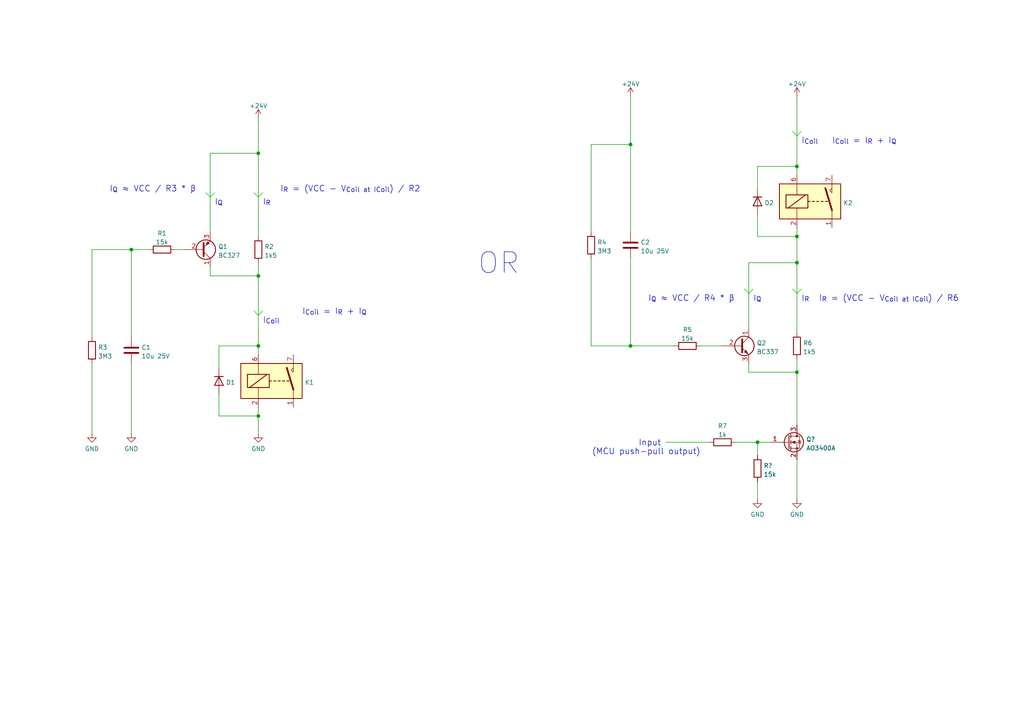
<source format=kicad_sch>
(kicad_sch (version 20211123) (generator eeschema)
  (paper "A4")
  (lib_symbols
    (symbol "Device:C" (pin_numbers hide) (pin_names (offset 0.254))
      (property "Reference" "C" (at 0.635 2.54 0))
      (property "Value" "C" (at 0.635 -2.54 0))
      (symbol "C_0_1"
        (polyline (pts (xy -2.032 -0.762) (xy 2.032 -0.762)) (stroke (width 0.508)))
        (polyline (pts (xy -2.032 0.762) (xy 2.032 0.762)) (stroke (width 0.508)))
      )
      (symbol "C_1_1"
        (pin passive line (at 0 3.81 270) (length 2.794) (name "~") (number "1"))
        (pin passive line (at 0 -3.81 90) (length 2.794) (name "~") (number "2"))
      )
    )
    (symbol "Device:D" (pin_numbers hide) (pin_names (offset 1.016) hide)
      (property "Reference" "D" (at 0 2.54 0))
      (property "Value" "D" (at 0 -2.54 0))
      (symbol "D_0_1"
        (polyline (pts (xy -1.27 1.27) (xy -1.27 -1.27)) (stroke (width 0.254)))
        (polyline (pts (xy 1.27 0) (xy -1.27 0)))
        (polyline (pts (xy 1.27 1.27) (xy 1.27 -1.27) (xy -1.27 0) (xy 1.27 1.27)) (stroke (width 0.254)))
      )
      (symbol "D_1_1"
        (pin passive line (at -3.81 0 0) (length 2.54) (name "K") (number "1"))
        (pin passive line (at 3.81 0 180) (length 2.54) (name "A") (number "2"))
      )
    )
    (symbol "Device:R" (pin_numbers hide) (pin_names (offset 0))
      (property "Reference" "R" (at 2.032 0 90))
      (property "Value" "R" (at 0 0 90))
      (symbol "R_0_1"
        (rectangle (start -1.016 -2.54) (end 1.016 2.54) (stroke (width 0.254)))
      )
      (symbol "R_1_1"
        (pin passive line (at 0 3.81 270) (length 1.27) (name "~") (number "1"))
        (pin passive line (at 0 -3.81 90) (length 1.27) (name "~") (number "2"))
      )
    )
    (symbol "Relay:DIPxx-1Axx-12x"
      (property "Reference" "K" (at 8.89 3.81 0))
      (property "Value" "DIPxx-1Axx-12x" (at 8.89 1.27 0))
      (symbol "DIPxx-1Axx-12x_0_0"
        (polyline (pts (xy 5.08 5.08) (xy 5.08 2.54) (xy 4.445 3.175) (xy 5.08 3.81)))
      )
      (symbol "DIPxx-1Axx-12x_0_1"
        (rectangle (start -10.16 5.08) (end 7.62 -5.08) (stroke (width 0.254)) (fill (type background)))
        (rectangle (start -8.255 1.905) (end -1.905 -1.905) (stroke (width 0.254)))
        (polyline (pts (xy -7.62 -1.905) (xy -2.54 1.905)) (stroke (width 0.254)))
        (polyline (pts (xy -5.08 -5.08) (xy -5.08 -1.905)))
        (polyline (pts (xy -5.08 5.08) (xy -5.08 1.905)))
        (polyline (pts (xy -1.905 0) (xy -1.27 0)) (stroke (width 0.254)))
        (polyline (pts (xy -0.635 0) (xy 0 0)) (stroke (width 0.254)))
        (polyline (pts (xy 0.635 0) (xy 1.27 0)) (stroke (width 0.254)))
        (polyline (pts (xy 1.905 0) (xy 2.54 0)) (stroke (width 0.254)))
        (polyline (pts (xy 3.175 0) (xy 3.81 0)) (stroke (width 0.254)))
        (polyline (pts (xy 5.08 -2.54) (xy 3.175 3.81)) (stroke (width 0.508)))
        (polyline (pts (xy 5.08 -2.54) (xy 5.08 -5.08)))
      )
      (symbol "DIPxx-1Axx-12x_1_1"
        (pin passive line (at 5.08 -7.62 90) (length 2.54) (name "~") (number "1"))
        (pin passive line (at -5.08 -7.62 90) (length 2.54) hide (name "~") (number "13"))
        (pin passive line (at 5.08 -7.62 90) (length 2.54) hide (name "~") (number "14"))
        (pin passive line (at -5.08 -7.62 90) (length 2.54) (name "~") (number "2"))
        (pin passive line (at -5.08 7.62 270) (length 2.54) (name "~") (number "6"))
        (pin passive line (at 5.08 7.62 270) (length 2.54) (name "~") (number "7"))
        (pin passive line (at 5.08 7.62 270) (length 2.54) hide (name "~") (number "8"))
      )
    )
    (symbol "Transistor_BJT:BC327" (pin_names (offset 0) hide)
      (property "Reference" "Q" (at 5.08 1.905 0))
      (property "Value" "BC327" (at 5.08 0 0))
      (symbol "BC327_0_1"
        (polyline (pts (xy 0.635 0.635) (xy 2.54 2.54)))
        (polyline (pts (xy 0.635 -0.635) (xy 2.54 -2.54) (xy 2.54 -2.54)))
        (polyline (pts (xy 0.635 1.905) (xy 0.635 -1.905) (xy 0.635 -1.905)) (stroke (width 0.508)))
        (polyline (pts (xy 2.286 -1.778) (xy 1.778 -2.286) (xy 1.27 -1.27) (xy 2.286 -1.778) (xy 2.286 -1.778)) (fill (type outline)))
        (circle (center 1.27 0) (radius 2.8194) (stroke (width 0.254)))
      )
      (symbol "BC327_1_1"
        (pin passive line (at 2.54 5.08 270) (length 2.54) (name "C") (number "1"))
        (pin input line (at -5.08 0 0) (length 5.715) (name "B") (number "2"))
        (pin passive line (at 2.54 -5.08 90) (length 2.54) (name "E") (number "3"))
      )
    )
    (symbol "Transistor_BJT:BC337" (pin_names (offset 0) hide)
      (property "Reference" "Q" (at 5.08 1.905 0))
      (property "Value" "BC337" (at 5.08 0 0))
      (symbol "BC337_0_1"
        (polyline (pts (xy 0 0) (xy 0.635 0)))
        (polyline (pts (xy 0.635 0.635) (xy 2.54 2.54)))
        (polyline (pts (xy 0.635 -0.635) (xy 2.54 -2.54) (xy 2.54 -2.54)))
        (polyline (pts (xy 0.635 1.905) (xy 0.635 -1.905) (xy 0.635 -1.905)) (stroke (width 0.508)))
        (polyline (pts (xy 1.27 -1.778) (xy 1.778 -1.27) (xy 2.286 -2.286) (xy 1.27 -1.778) (xy 1.27 -1.778)) (fill (type outline)))
        (circle (center 1.27 0) (radius 2.8194) (stroke (width 0.254)))
      )
      (symbol "BC337_1_1"
        (pin passive line (at 2.54 5.08 270) (length 2.54) (name "C") (number "1"))
        (pin input line (at -5.08 0 0) (length 5.08) (name "B") (number "2"))
        (pin passive line (at 2.54 -5.08 90) (length 2.54) (name "E") (number "3"))
      )
    )
    (symbol "Transistor_FET:AO3400A" (pin_names hide)
      (property "Reference" "Q" (at 5.08 1.905 0))
      (property "Value" "AO3400A" (at 5.08 0 0))
      (symbol "AO3400A_0_1"
        (polyline (pts (xy 0.254 0) (xy -2.54 0)))
        (polyline (pts (xy 0.254 1.905) (xy 0.254 -1.905)) (stroke (width 0.254)))
        (polyline (pts (xy 0.762 -1.27) (xy 0.762 -2.286)) (stroke (width 0.254)))
        (polyline (pts (xy 0.762 0.508) (xy 0.762 -0.508)) (stroke (width 0.254)))
        (polyline (pts (xy 0.762 2.286) (xy 0.762 1.27)) (stroke (width 0.254)))
        (polyline (pts (xy 2.54 2.54) (xy 2.54 1.778)))
        (polyline (pts (xy 2.54 -2.54) (xy 2.54 0) (xy 0.762 0)))
        (polyline (pts (xy 0.762 -1.778) (xy 3.302 -1.778) (xy 3.302 1.778) (xy 0.762 1.778)))
        (polyline (pts (xy 1.016 0) (xy 2.032 0.381) (xy 2.032 -0.381) (xy 1.016 0)) (fill (type outline)))
        (polyline (pts (xy 2.794 0.508) (xy 2.921 0.381) (xy 3.683 0.381) (xy 3.81 0.254)))
        (polyline (pts (xy 3.302 0.381) (xy 2.921 -0.254) (xy 3.683 -0.254) (xy 3.302 0.381)))
        (circle (center 1.651 0) (radius 2.794) (stroke (width 0.254)))
        (circle (center 2.54 -1.778) (radius 0.254) (fill (type outline)))
        (circle (center 2.54 1.778) (radius 0.254) (fill (type outline)))
      )
      (symbol "AO3400A_1_1"
        (pin input line (at -5.08 0 0) (length 2.54) (name "G") (number "1"))
        (pin passive line (at 2.54 -5.08 90) (length 2.54) (name "S") (number "2"))
        (pin passive line (at 2.54 5.08 270) (length 2.54) (name "D") (number "3"))
      )
    )
    (symbol "power:+24V" (power) (pin_names (offset 0))
      (property "Value" "+24V" (at 0 3.556 0))
      (symbol "+24V_0_1"
        (polyline (pts (xy -0.762 1.27) (xy 0 2.54)))
        (polyline (pts (xy 0 0) (xy 0 2.54)))
        (polyline (pts (xy 0 2.54) (xy 0.762 1.27)))
      )
      (symbol "+24V_1_1"
        (pin power_in line (at 0 0 90) (length 0) hide (name "+24V") (number "1"))
      )
    )
    (symbol "power:GND" (power) (pin_names (offset 0))
      (property "Value" "GND" (at 0 -3.81 0))
      (symbol "GND_0_1"
        (polyline (pts (xy 0 0) (xy 0 -1.27) (xy 1.27 -1.27) (xy 0 -2.54) (xy -1.27 -1.27) (xy 0 -1.27)))
      )
      (symbol "GND_1_1"
        (pin power_in line (at 0 0 270) (length 0) hide (name "GND") (number "1"))
      )
    )
  )
  (junction (at 74.93 44.45))
  (junction (at 231.14 68.58))
  (junction (at 231.14 48.26))
  (junction (at 74.93 120.65))
  (junction (at 74.93 80.01))
  (junction (at 219.71 128.27))
  (junction (at 182.88 100.33))
  (junction (at 182.88 41.91))
  (junction (at 74.93 100.33))
  (junction (at 38.1 72.39))
  (junction (at 231.14 107.95))
  (junction (at 231.14 76.2))
  (polyline (pts (xy 73.66 90.17) (xy 74.93 91.44)) (stroke (width 0) (type solid) (color 0 194 0 1)))
  (wire (pts (xy 50.8 72.39) (xy 53.34 72.39)))
  (wire (pts (xy 74.93 120.65) (xy 74.93 125.73)))
  (polyline (pts (xy 74.93 91.44) (xy 76.2 90.17)) (stroke (width 0) (type solid) (color 0 194 0 1)))
  (wire (pts (xy 219.71 68.58) (xy 231.14 68.58)))
  (wire (pts (xy 60.96 44.45) (xy 74.93 44.45)))
  (wire (pts (xy 219.71 48.26) (xy 231.14 48.26)))
  (polyline (pts (xy 229.87 38.1) (xy 231.14 39.37)) (stroke (width 0) (type solid) (color 0 194 0 1)))
  (wire (pts (xy 231.14 76.2) (xy 231.14 96.52)))
  (wire (pts (xy 182.88 27.94) (xy 182.88 41.91)))
  (polyline (pts (xy 229.87 83.82) (xy 231.14 85.09)) (stroke (width 0) (type solid) (color 0 194 0 1)))
  (wire (pts (xy 217.17 105.41) (xy 217.17 107.95)))
  (wire (pts (xy 171.45 74.93) (xy 171.45 100.33)))
  (wire (pts (xy 63.5 114.3) (xy 63.5 120.65)))
  (wire (pts (xy 219.71 144.78) (xy 219.71 139.7)))
  (polyline (pts (xy 217.17 85.09) (xy 218.44 83.82)) (stroke (width 0) (type solid) (color 0 194 0 1)))
  (wire (pts (xy 74.93 118.11) (xy 74.93 120.65)))
  (wire (pts (xy 217.17 76.2) (xy 217.17 95.25)))
  (wire (pts (xy 182.88 41.91) (xy 182.88 67.31)))
  (wire (pts (xy 26.67 105.41) (xy 26.67 125.73)))
  (wire (pts (xy 195.58 100.33) (xy 182.88 100.33)))
  (wire (pts (xy 182.88 74.93) (xy 182.88 100.33)))
  (wire (pts (xy 60.96 77.47) (xy 60.96 80.01)))
  (wire (pts (xy 171.45 100.33) (xy 182.88 100.33)))
  (wire (pts (xy 219.71 128.27) (xy 223.52 128.27)))
  (wire (pts (xy 231.14 133.35) (xy 231.14 144.78)))
  (wire (pts (xy 231.14 68.58) (xy 231.14 76.2)))
  (wire (pts (xy 63.5 106.68) (xy 63.5 100.33)))
  (wire (pts (xy 171.45 41.91) (xy 182.88 41.91)))
  (polyline (pts (xy 74.93 57.15) (xy 76.2 55.88)) (stroke (width 0) (type solid) (color 0 194 0 1)))
  (polyline (pts (xy 60.96 57.15) (xy 62.23 55.88)) (stroke (width 0) (type solid) (color 0 194 0 1)))
  (wire (pts (xy 219.71 54.61) (xy 219.71 48.26)))
  (wire (pts (xy 43.18 72.39) (xy 38.1 72.39)))
  (wire (pts (xy 203.2 100.33) (xy 209.55 100.33)))
  (wire (pts (xy 217.17 76.2) (xy 231.14 76.2)))
  (wire (pts (xy 74.93 34.29) (xy 74.93 44.45)))
  (wire (pts (xy 74.93 44.45) (xy 74.93 68.58)))
  (polyline (pts (xy 73.66 55.88) (xy 74.93 57.15)) (stroke (width 0) (type solid) (color 0 194 0 1)))
  (wire (pts (xy 171.45 67.31) (xy 171.45 41.91)))
  (wire (pts (xy 38.1 72.39) (xy 38.1 97.79)))
  (wire (pts (xy 60.96 44.45) (xy 60.96 67.31)))
  (wire (pts (xy 219.71 128.27) (xy 219.71 132.08)))
  (wire (pts (xy 231.14 48.26) (xy 231.14 50.8)))
  (wire (pts (xy 63.5 120.65) (xy 74.93 120.65)))
  (wire (pts (xy 231.14 107.95) (xy 231.14 123.19)))
  (wire (pts (xy 63.5 100.33) (xy 74.93 100.33)))
  (polyline (pts (xy 59.69 55.88) (xy 60.96 57.15)) (stroke (width 0) (type solid) (color 0 194 0 1)))
  (wire (pts (xy 213.36 128.27) (xy 219.71 128.27)))
  (polyline (pts (xy 231.14 85.09) (xy 232.41 83.82)) (stroke (width 0) (type solid) (color 0 194 0 1)))
  (wire (pts (xy 231.14 66.04) (xy 231.14 68.58)))
  (wire (pts (xy 74.93 80.01) (xy 74.93 100.33)))
  (wire (pts (xy 38.1 105.41) (xy 38.1 125.73)))
  (wire (pts (xy 193.04 128.27) (xy 205.74 128.27)))
  (wire (pts (xy 217.17 107.95) (xy 231.14 107.95)))
  (wire (pts (xy 60.96 80.01) (xy 74.93 80.01)))
  (wire (pts (xy 26.67 97.79) (xy 26.67 72.39)))
  (polyline (pts (xy 231.14 39.37) (xy 232.41 38.1)) (stroke (width 0) (type solid) (color 0 194 0 1)))
  (wire (pts (xy 231.14 104.14) (xy 231.14 107.95)))
  (polyline (pts (xy 215.9 83.82) (xy 217.17 85.09)) (stroke (width 0) (type solid) (color 0 194 0 1)))
  (wire (pts (xy 231.14 27.94) (xy 231.14 48.26)))
  (wire (pts (xy 74.93 76.2) (xy 74.93 80.01)))
  (wire (pts (xy 26.67 72.39) (xy 38.1 72.39)))
  (wire (pts (xy 74.93 100.33) (xy 74.93 102.87)))
  (wire (pts (xy 219.71 62.23) (xy 219.71 68.58)))
  (text "I_{Coil} = I_{R} + I_{Q}" (at 241.3 41.91 0) (effects (font (size 1.7 1.7)) (justify left bottom)))
  (text "Input\n" (at 191.77 129.54 180) (effects (font (size 1.7 1.7)) (justify right bottom)))
  (text "(MCU push-pull output)" (at 203.2 132.08 180) (effects (font (size 1.7 1.7)) (justify right bottom)))
  (text "I_{Coil}" (at 232.41 41.91 0) (effects (font (size 1.7 1.7)) (justify left bottom)))
  (text "I_{Q}" (at 62.23 59.69 0) (effects (font (size 1.7 1.7)) (justify left bottom)))
  (text "I_{R} = (VCC - V_{Coil at ICoil}) / R6\n" (at 237.49 87.63 0) (effects (font (size 1.7 1.7)) (justify left bottom)))
  (text "I_{R}" (at 76.2 59.69 0) (effects (font (size 1.7 1.7)) (justify left bottom)))
  (text "I_{Q} ≈ VCC / R4 * β" (at 187.96 87.63 0) (effects (font (size 1.7 1.7)) (justify left bottom)))
  (text "I_{Coil}" (at 76.2 93.98 0) (effects (font (size 1.7 1.7)) (justify left bottom)))
  (text "I_{R}" (at 232.41 87.63 0) (effects (font (size 1.7 1.7)) (justify left bottom)))
  (text "I_{R} = (VCC - V_{Coil at ICoil}) / R2" (at 81.28 55.88 0) (effects (font (size 1.7 1.7)) (justify left bottom)))
  (text "I_{Q} ≈ VCC / R3 * β" (at 31.75 55.88 0) (effects (font (size 1.7 1.7)) (justify left bottom)))
  (text "OR" (at 138.43 80.01 0) (effects (font (size 6 6)) (justify left bottom)))
  (text "I_{Q}" (at 218.44 87.63 0) (effects (font (size 1.7 1.7)) (justify left bottom)))
  (text "I_{Coil} = I_{R} + I_{Q}" (at 87.63 91.44 0) (effects (font (size 1.7 1.7)) (justify left bottom)))
  (symbol (lib_id "Device:R") (at 46.99 72.39 90) (unit 1)
    (property "Reference" "R1" (at 46.99 67.6742 90))
    (property "Value" "15k" (at 46.99 70.2111 90))
  )
  (symbol (lib_id "power:+24V") (at 74.93 34.29 0) (unit 1)
    (property "Reference" "#PWR01" (effects hide))
    (property "Value" "+24V" (at 74.93 30.7142 0))
  )
  (symbol (lib_id "Device:R") (at 199.39 100.33 90) (unit 1)
    (property "Reference" "R5" (at 199.39 95.6142 90))
    (property "Value" "15k" (at 199.39 98.1511 90))
  )
  (symbol (lib_id "power:GND") (at 231.14 144.78 0) (unit 1)
    (property "Reference" "#PWR07" (effects hide))
    (property "Value" "GND" (at 231.14 149.2234 0))
  )
  (symbol (lib_id "power:GND") (at 26.67 125.73 0) (unit 1)
    (property "Reference" "#PWR02" (effects hide))
    (property "Value" "GND" (at 26.67 130.1734 0))
  )
  (symbol (lib_id "Device:R") (at 171.45 71.12 0) (unit 1)
    (property "Reference" "R4" (at 173.228 70.2853 0) (effects (justify left)))
    (property "Value" "3M3" (at 173.228 72.8222 0) (effects (justify left)))
  )
  (symbol (lib_id "Device:D") (at 219.71 58.42 270) (unit 1)
    (property "Reference" "D2" (at 221.742 58.8538 90) (effects (justify left)))
    (property "Value" "D" (effects hide))
  )
  (symbol (lib_id "Relay:DIPxx-1Axx-12x") (at 236.22 58.42 0) (unit 1)
    (property "Reference" "K2" (at 244.602 58.8538 0) (effects (justify left)))
    (property "Value" "DIPxx-1Axx-12x" (effects hide))
    (property "Footprint" "Relay_THT:Relay_StandexMeder_DIP_LowProfile" (effects hide))
    (property "Datasheet" "https://standexelectronics.com/wp-content/uploads/datasheet_reed_relay_DIP.pdf" (effects hide))
  )
  (symbol (lib_id "Relay:DIPxx-1Axx-12x") (at 80.01 110.49 0) (unit 1)
    (property "Reference" "K1" (at 88.392 110.9238 0) (effects (justify left)))
    (property "Value" "DIPxx-1Axx-12x" (effects hide))
    (property "Footprint" "Relay_THT:Relay_StandexMeder_DIP_LowProfile" (effects hide))
    (property "Datasheet" "https://standexelectronics.com/wp-content/uploads/datasheet_reed_relay_DIP.pdf" (effects hide))
  )
  (symbol (lib_id "power:+24V") (at 182.88 27.94 0) (unit 1)
    (property "Reference" "#PWR05" (effects hide))
    (property "Value" "+24V" (at 182.88 24.3642 0))
  )
  (symbol (lib_id "Transistor_FET:AO3400A") (at 228.6 128.27 0) (unit 1)
    (property "Reference" "Q?" (at 233.807 127.4353 0) (effects (justify left)))
    (property "Value" "AO3400A" (at 233.807 129.9722 0) (effects (justify left)))
    (property "Footprint" "Package_TO_SOT_SMD:SOT-23" (effects hide))
    (property "Datasheet" "http://www.aosmd.com/pdfs/datasheet/AO3400A.pdf" (effects hide))
  )
  (symbol (lib_id "power:+24V") (at 231.14 27.94 0) (unit 1)
    (property "Reference" "#PWR06" (effects hide))
    (property "Value" "+24V" (at 231.14 24.3642 0))
  )
  (symbol (lib_id "Device:R") (at 74.93 72.39 0) (unit 1)
    (property "Reference" "R2" (at 76.708 71.5553 0) (effects (justify left)))
    (property "Value" "1k5" (at 76.708 74.0922 0) (effects (justify left)))
  )
  (symbol (lib_id "Device:R") (at 26.67 101.6 0) (unit 1)
    (property "Reference" "R3" (at 28.448 100.7653 0) (effects (justify left)))
    (property "Value" "3M3" (at 28.448 103.3022 0) (effects (justify left)))
  )
  (symbol (lib_id "power:GND") (at 74.93 125.73 0) (unit 1)
    (property "Reference" "#PWR04" (effects hide))
    (property "Value" "GND" (at 74.93 130.1734 0))
  )
  (symbol (lib_id "Device:R") (at 219.71 135.89 0) (unit 1)
    (property "Reference" "R?" (at 221.488 135.0553 0) (effects (justify left)))
    (property "Value" "15k" (at 221.488 137.5922 0) (effects (justify left)))
  )
  (symbol (lib_id "Device:D") (at 63.5 110.49 270) (unit 1)
    (property "Reference" "D1" (at 65.532 110.9238 90) (effects (justify left)))
    (property "Value" "D" (effects hide))
  )
  (symbol (lib_id "power:GND") (at 38.1 125.73 0) (unit 1)
    (property "Reference" "#PWR03" (effects hide))
    (property "Value" "GND" (at 38.1 130.1734 0))
  )
  (symbol (lib_id "power:GND") (at 219.71 144.78 0) (unit 1)
    (property "Reference" "#PWR?" (effects hide))
    (property "Value" "GND" (at 219.71 149.2234 0))
  )
  (symbol (lib_id "Device:C") (at 38.1 101.6 0) (unit 1)
    (property "Reference" "C1" (at 41.021 100.7653 0) (effects (justify left)))
    (property "Value" "10u 25V" (at 41.021 103.3022 0) (effects (justify left)))
  )
  (symbol (lib_id "Device:R") (at 231.14 100.33 0) (unit 1)
    (property "Reference" "R6" (at 232.918 99.4953 0) (effects (justify left)))
    (property "Value" "1k5" (at 232.918 102.0322 0) (effects (justify left)))
  )
  (symbol (lib_id "Device:R") (at 209.55 128.27 90) (unit 1)
    (property "Reference" "R7" (at 209.55 123.5542 90))
    (property "Value" "1k" (at 209.55 126.0911 90))
  )
  (symbol (lib_id "Transistor_BJT:BC337") (at 214.63 100.33 0) (unit 1)
    (property "Reference" "Q2" (at 219.4814 99.4953 0) (effects (justify left)))
    (property "Value" "BC337" (at 219.4814 102.0322 0) (effects (justify left)))
    (property "Footprint" "Package_TO_SOT_THT:TO-92_Inline" (effects hide))
    (property "Datasheet" "https://diotec.com/tl_files/diotec/files/pdf/datasheets/bc337.pdf" (effects hide))
  )
  (symbol (lib_id "Transistor_BJT:BC327") (at 58.42 72.39 0) (mirror x) (unit 1)
    (property "Reference" "Q1" (at 63.2714 71.5553 0) (effects (justify left)))
    (property "Value" "BC327" (at 63.2714 74.0922 0) (effects (justify left)))
    (property "Footprint" "Package_TO_SOT_THT:TO-92_Inline" (effects hide))
    (property "Datasheet" "http://www.onsemi.com/pub_link/Collateral/BC327-D.PDF" (effects hide))
  )
  (symbol (lib_id "Device:C") (at 182.88 71.12 0) (unit 1)
    (property "Reference" "C2" (at 185.801 70.2853 0) (effects (justify left)))
    (property "Value" "10u 25V" (at 185.801 72.8222 0) (effects (justify left)))
  )
)
</source>
